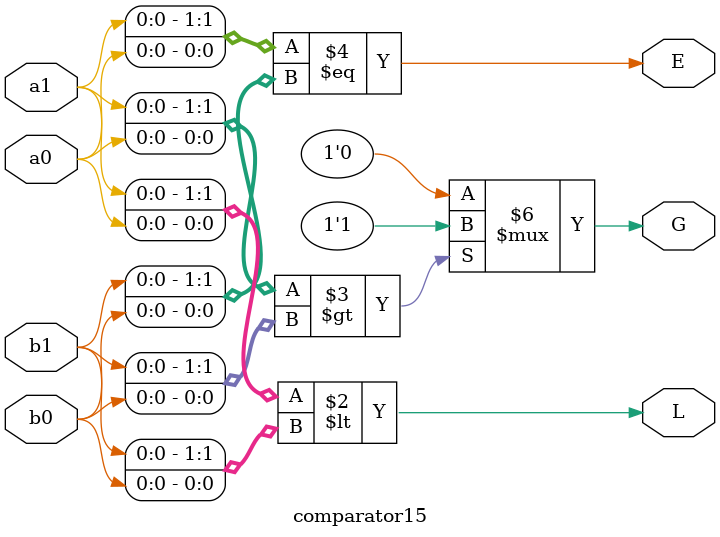
<source format=v>
module comparator15 (a0,a1,b0,b1,G,E,L); 
input a0,a1,b0,b1; 
output G,E,L; 
reg G,E,L; 
always@(a0 or a1 or b0 or b1) 
begin
    L={a1,a0}<{b1,b0}; // less than
    // greater than 
    if ({a1,a0}>{b1,b0})
        G= 1; 
    else
        G= 0;
    // equivalent to G={a1,a0}>{b1,b0}; 
    E={a1,a0}=={b1,b0}; //logical equality 
end
endmodule
</source>
